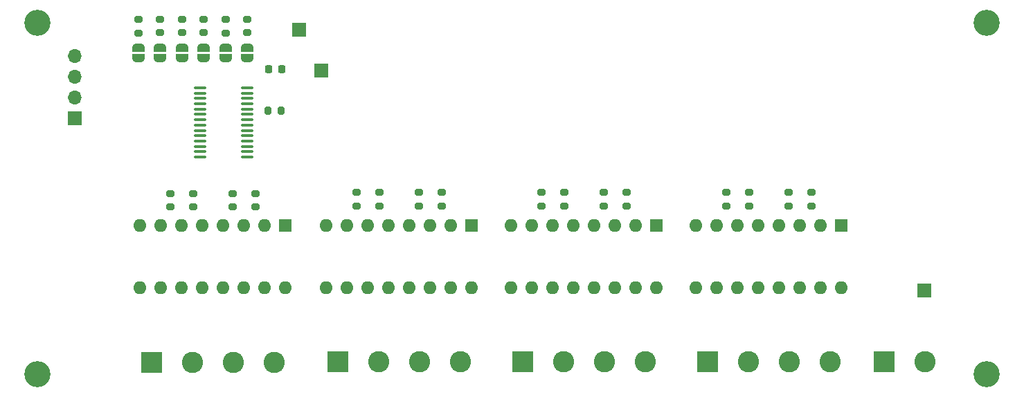
<source format=gts>
%TF.GenerationSoftware,KiCad,Pcbnew,(6.0.0)*%
%TF.CreationDate,2022-10-09T23:31:42-04:00*%
%TF.ProjectId,i2c darlington,69326320-6461-4726-9c69-6e67746f6e2e,rev?*%
%TF.SameCoordinates,Original*%
%TF.FileFunction,Soldermask,Top*%
%TF.FilePolarity,Negative*%
%FSLAX46Y46*%
G04 Gerber Fmt 4.6, Leading zero omitted, Abs format (unit mm)*
G04 Created by KiCad (PCBNEW (6.0.0)) date 2022-10-09 23:31:42*
%MOMM*%
%LPD*%
G01*
G04 APERTURE LIST*
G04 Aperture macros list*
%AMRoundRect*
0 Rectangle with rounded corners*
0 $1 Rounding radius*
0 $2 $3 $4 $5 $6 $7 $8 $9 X,Y pos of 4 corners*
0 Add a 4 corners polygon primitive as box body*
4,1,4,$2,$3,$4,$5,$6,$7,$8,$9,$2,$3,0*
0 Add four circle primitives for the rounded corners*
1,1,$1+$1,$2,$3*
1,1,$1+$1,$4,$5*
1,1,$1+$1,$6,$7*
1,1,$1+$1,$8,$9*
0 Add four rect primitives between the rounded corners*
20,1,$1+$1,$2,$3,$4,$5,0*
20,1,$1+$1,$4,$5,$6,$7,0*
20,1,$1+$1,$6,$7,$8,$9,0*
20,1,$1+$1,$8,$9,$2,$3,0*%
%AMFreePoly0*
4,1,22,0.500000,-0.750000,0.000000,-0.750000,0.000000,-0.745033,-0.079941,-0.743568,-0.215256,-0.701293,-0.333266,-0.622738,-0.424486,-0.514219,-0.481581,-0.384460,-0.499164,-0.250000,-0.500000,-0.250000,-0.500000,0.250000,-0.499164,0.250000,-0.499963,0.256109,-0.478152,0.396186,-0.417904,0.524511,-0.324060,0.630769,-0.204165,0.706417,-0.067858,0.745374,0.000000,0.744959,0.000000,0.750000,
0.500000,0.750000,0.500000,-0.750000,0.500000,-0.750000,$1*%
%AMFreePoly1*
4,1,20,0.000000,0.744959,0.073905,0.744508,0.209726,0.703889,0.328688,0.626782,0.421226,0.519385,0.479903,0.390333,0.500000,0.250000,0.500000,-0.250000,0.499851,-0.262216,0.476331,-0.402017,0.414519,-0.529596,0.319384,-0.634700,0.198574,-0.708877,0.061801,-0.746166,0.000000,-0.745033,0.000000,-0.750000,-0.500000,-0.750000,-0.500000,0.750000,0.000000,0.750000,0.000000,0.744959,
0.000000,0.744959,$1*%
G04 Aperture macros list end*
%ADD10FreePoly0,90.000000*%
%ADD11FreePoly1,90.000000*%
%ADD12RoundRect,0.200000X0.275000X-0.200000X0.275000X0.200000X-0.275000X0.200000X-0.275000X-0.200000X0*%
%ADD13R,1.700000X1.700000*%
%ADD14RoundRect,0.200000X-0.200000X-0.275000X0.200000X-0.275000X0.200000X0.275000X-0.200000X0.275000X0*%
%ADD15R,1.600000X1.600000*%
%ADD16O,1.600000X1.600000*%
%ADD17O,1.700000X1.700000*%
%ADD18R,2.600000X2.600000*%
%ADD19C,2.600000*%
%ADD20C,3.200000*%
%ADD21RoundRect,0.225000X-0.225000X-0.250000X0.225000X-0.250000X0.225000X0.250000X-0.225000X0.250000X0*%
%ADD22RoundRect,0.100000X-0.637500X-0.100000X0.637500X-0.100000X0.637500X0.100000X-0.637500X0.100000X0*%
G04 APERTURE END LIST*
D10*
%TO.C,JP1*%
X33782000Y-127650000D03*
D11*
X33782000Y-126350000D03*
%TD*%
D10*
%TO.C,JP5*%
X44450000Y-127650000D03*
D11*
X44450000Y-126350000D03*
%TD*%
D12*
%TO.C,R1*%
X33782000Y-124553000D03*
X33782000Y-122903000D03*
%TD*%
%TO.C,R6*%
X47117000Y-124538000D03*
X47117000Y-122888000D03*
%TD*%
D13*
%TO.C,J8*%
X53467000Y-124206000D03*
%TD*%
D12*
%TO.C,R2*%
X36449000Y-124538000D03*
X36449000Y-122888000D03*
%TD*%
D14*
%TO.C,R11*%
X49645000Y-134112000D03*
X51295000Y-134112000D03*
%TD*%
D15*
%TO.C,IC2*%
X51801000Y-148092000D03*
D16*
X49261000Y-148092000D03*
X46721000Y-148092000D03*
X44181000Y-148092000D03*
X41641000Y-148092000D03*
X39101000Y-148092000D03*
X36561000Y-148092000D03*
X34021000Y-148092000D03*
X34021000Y-155712000D03*
X36561000Y-155712000D03*
X39101000Y-155712000D03*
X41641000Y-155712000D03*
X44181000Y-155712000D03*
X46721000Y-155712000D03*
X49261000Y-155712000D03*
X51801000Y-155712000D03*
%TD*%
D12*
%TO.C,R13*%
X37719000Y-145859000D03*
X37719000Y-144209000D03*
%TD*%
%TO.C,R16*%
X63246000Y-145732000D03*
X63246000Y-144082000D03*
%TD*%
%TO.C,R18*%
X68072000Y-145732000D03*
X68072000Y-144082000D03*
%TD*%
%TO.C,R3*%
X39116000Y-124538000D03*
X39116000Y-122888000D03*
%TD*%
%TO.C,R23*%
X93472000Y-145732000D03*
X93472000Y-144082000D03*
%TD*%
%TO.C,R14*%
X45339000Y-145859000D03*
X45339000Y-144209000D03*
%TD*%
D10*
%TO.C,JP2*%
X36449000Y-127650000D03*
D11*
X36449000Y-126350000D03*
%TD*%
D12*
%TO.C,R15*%
X48133000Y-145859000D03*
X48133000Y-144209000D03*
%TD*%
%TO.C,R19*%
X70866000Y-145732000D03*
X70866000Y-144082000D03*
%TD*%
D13*
%TO.C,J1*%
X26000000Y-135001000D03*
D17*
X26000000Y-132461000D03*
X26000000Y-129921000D03*
X26000000Y-127381000D03*
%TD*%
D12*
%TO.C,R21*%
X83058000Y-145732000D03*
X83058000Y-144082000D03*
%TD*%
D18*
%TO.C,J3*%
X103371000Y-164770000D03*
D19*
X108371000Y-164770000D03*
X113371000Y-164770000D03*
X118371000Y-164770000D03*
%TD*%
D20*
%TO.C,REF\u002A\u002A*%
X137541000Y-166370000D03*
%TD*%
D21*
%TO.C,C1*%
X49771000Y-129032000D03*
X51321000Y-129032000D03*
%TD*%
D10*
%TO.C,JP6*%
X47117000Y-127650000D03*
D11*
X47117000Y-126350000D03*
%TD*%
D18*
%TO.C,J4*%
X58159000Y-164770000D03*
D19*
X63159000Y-164770000D03*
X68159000Y-164770000D03*
X73159000Y-164770000D03*
%TD*%
D15*
%TO.C,IC4*%
X97140000Y-148092000D03*
D16*
X94600000Y-148092000D03*
X92060000Y-148092000D03*
X89520000Y-148092000D03*
X86980000Y-148092000D03*
X84440000Y-148092000D03*
X81900000Y-148092000D03*
X79360000Y-148092000D03*
X79360000Y-155712000D03*
X81900000Y-155712000D03*
X84440000Y-155712000D03*
X86980000Y-155712000D03*
X89520000Y-155712000D03*
X92060000Y-155712000D03*
X94600000Y-155712000D03*
X97140000Y-155712000D03*
%TD*%
D13*
%TO.C,J9*%
X56134000Y-129159000D03*
%TD*%
D12*
%TO.C,R22*%
X90678000Y-145732000D03*
X90678000Y-144082000D03*
%TD*%
%TO.C,R10*%
X116078000Y-145732000D03*
X116078000Y-144082000D03*
%TD*%
%TO.C,R8*%
X105664000Y-145732000D03*
X105664000Y-144082000D03*
%TD*%
%TO.C,R7*%
X108458000Y-145732000D03*
X108458000Y-144082000D03*
%TD*%
D22*
%TO.C,U1*%
X41384500Y-131291000D03*
X41384500Y-131941000D03*
X41384500Y-132591000D03*
X41384500Y-133241000D03*
X41384500Y-133891000D03*
X41384500Y-134541000D03*
X41384500Y-135191000D03*
X41384500Y-135841000D03*
X41384500Y-136491000D03*
X41384500Y-137141000D03*
X41384500Y-137791000D03*
X41384500Y-138441000D03*
X41384500Y-139091000D03*
X41384500Y-139741000D03*
X47109500Y-139741000D03*
X47109500Y-139091000D03*
X47109500Y-138441000D03*
X47109500Y-137791000D03*
X47109500Y-137141000D03*
X47109500Y-136491000D03*
X47109500Y-135841000D03*
X47109500Y-135191000D03*
X47109500Y-134541000D03*
X47109500Y-133891000D03*
X47109500Y-133241000D03*
X47109500Y-132591000D03*
X47109500Y-131941000D03*
X47109500Y-131291000D03*
%TD*%
D12*
%TO.C,R4*%
X41783000Y-124538000D03*
X41783000Y-122888000D03*
%TD*%
D18*
%TO.C,J5*%
X80765000Y-164770000D03*
D19*
X85765000Y-164770000D03*
X90765000Y-164770000D03*
X95765000Y-164770000D03*
%TD*%
D20*
%TO.C,REF\u002A\u002A*%
X21462000Y-166370000D03*
%TD*%
D10*
%TO.C,JP3*%
X39116000Y-127650000D03*
D11*
X39116000Y-126350000D03*
%TD*%
D15*
%TO.C,IC1*%
X119746000Y-148092000D03*
D16*
X117206000Y-148092000D03*
X114666000Y-148092000D03*
X112126000Y-148092000D03*
X109586000Y-148092000D03*
X107046000Y-148092000D03*
X104506000Y-148092000D03*
X101966000Y-148092000D03*
X101966000Y-155712000D03*
X104506000Y-155712000D03*
X107046000Y-155712000D03*
X109586000Y-155712000D03*
X112126000Y-155712000D03*
X114666000Y-155712000D03*
X117206000Y-155712000D03*
X119746000Y-155712000D03*
%TD*%
D12*
%TO.C,R17*%
X60452000Y-145732000D03*
X60452000Y-144082000D03*
%TD*%
D18*
%TO.C,J6*%
X35426000Y-164897000D03*
D19*
X40426000Y-164897000D03*
X45426000Y-164897000D03*
X50426000Y-164897000D03*
%TD*%
D10*
%TO.C,JP4*%
X41783000Y-127650000D03*
D11*
X41783000Y-126350000D03*
%TD*%
D12*
%TO.C,R5*%
X44450000Y-124553000D03*
X44450000Y-122903000D03*
%TD*%
D15*
%TO.C,IC3*%
X74534000Y-148092000D03*
D16*
X71994000Y-148092000D03*
X69454000Y-148092000D03*
X66914000Y-148092000D03*
X64374000Y-148092000D03*
X61834000Y-148092000D03*
X59294000Y-148092000D03*
X56754000Y-148092000D03*
X56754000Y-155712000D03*
X59294000Y-155712000D03*
X61834000Y-155712000D03*
X64374000Y-155712000D03*
X66914000Y-155712000D03*
X69454000Y-155712000D03*
X71994000Y-155712000D03*
X74534000Y-155712000D03*
%TD*%
D12*
%TO.C,R9*%
X113284000Y-145732000D03*
X113284000Y-144082000D03*
%TD*%
D18*
%TO.C,J2*%
X125008000Y-164770000D03*
D19*
X130008000Y-164770000D03*
%TD*%
D12*
%TO.C,R20*%
X85852000Y-145732000D03*
X85852000Y-144082000D03*
%TD*%
%TO.C,R12*%
X40513000Y-145859000D03*
X40513000Y-144209000D03*
%TD*%
D13*
%TO.C,J7*%
X129921000Y-156083000D03*
%TD*%
D20*
%TO.C,REF\u002A\u002A*%
X21462000Y-123291000D03*
%TD*%
%TO.C,REF\u002A\u002A*%
X137541000Y-123291000D03*
%TD*%
M02*

</source>
